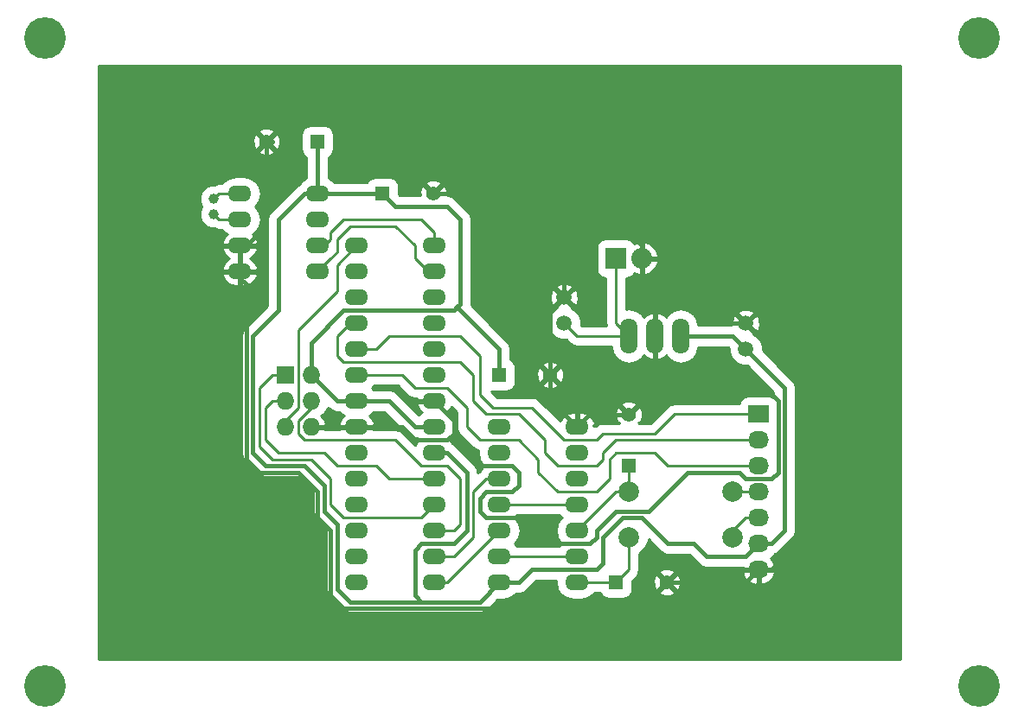
<source format=gbr>
G04 #@! TF.FileFunction,Copper,L2,Bot,Signal*
%FSLAX46Y46*%
G04 Gerber Fmt 4.6, Leading zero omitted, Abs format (unit mm)*
G04 Created by KiCad (PCBNEW (2015-09-10 BZR 6180)-product) date Mon 26 Oct 2015 05:23:05 PM EDT*
%MOMM*%
G01*
G04 APERTURE LIST*
%ADD10C,0.100000*%
%ADD11R,1.400000X1.400000*%
%ADD12C,1.400000*%
%ADD13O,2.300000X1.600000*%
%ADD14R,1.727200X1.727200*%
%ADD15O,1.727200X1.727200*%
%ADD16R,2.032000X1.727200*%
%ADD17O,2.032000X1.727200*%
%ADD18C,1.998980*%
%ADD19C,1.000760*%
%ADD20C,1.501140*%
%ADD21O,1.699260X3.500120*%
%ADD22R,2.032000X2.032000*%
%ADD23O,2.032000X2.032000*%
%ADD24C,4.064000*%
%ADD25C,0.381000*%
%ADD26C,0.254000*%
G04 APERTURE END LIST*
D10*
D11*
X62230000Y26670000D03*
D12*
X62230000Y31670000D03*
D11*
X60960000Y15240000D03*
D12*
X65960000Y15240000D03*
D13*
X35560000Y48260000D03*
X35560000Y45720000D03*
X35560000Y43180000D03*
X35560000Y40640000D03*
X35560000Y38100000D03*
X35560000Y35560000D03*
X35560000Y33020000D03*
X35560000Y30480000D03*
X35560000Y27940000D03*
X35560000Y25400000D03*
X35560000Y22860000D03*
X35560000Y20320000D03*
X35560000Y17780000D03*
X35560000Y15240000D03*
X43180000Y15240000D03*
X43180000Y17780000D03*
X43180000Y20320000D03*
X43180000Y22860000D03*
X43180000Y25400000D03*
X43180000Y27940000D03*
X43180000Y30480000D03*
X43180000Y33020000D03*
X43180000Y35560000D03*
X43180000Y38100000D03*
X43180000Y40640000D03*
X43180000Y43180000D03*
X43180000Y45720000D03*
X43180000Y48260000D03*
D14*
X28575000Y35560000D03*
D15*
X31115000Y35560000D03*
X28575000Y33020000D03*
X31115000Y33020000D03*
X28575000Y30480000D03*
X31115000Y30480000D03*
D16*
X74930000Y31750000D03*
D17*
X74930000Y29210000D03*
X74930000Y26670000D03*
X74930000Y24130000D03*
X74930000Y21590000D03*
X74930000Y19050000D03*
X74930000Y16510000D03*
D18*
X62230000Y24130000D03*
X72390000Y24130000D03*
X62230000Y19685000D03*
X72390000Y19685000D03*
D13*
X24130000Y53340000D03*
X24130000Y50800000D03*
X24130000Y48260000D03*
X24130000Y45720000D03*
X31750000Y45720000D03*
X31750000Y48260000D03*
X31750000Y50800000D03*
X31750000Y53340000D03*
X57150000Y15240000D03*
X57150000Y17780000D03*
X57150000Y20320000D03*
X57150000Y22860000D03*
X57150000Y25400000D03*
X57150000Y27940000D03*
X57150000Y30480000D03*
X49530000Y30480000D03*
X49530000Y27940000D03*
X49530000Y25400000D03*
X49530000Y22860000D03*
X49530000Y20320000D03*
X49530000Y17780000D03*
X49530000Y15240000D03*
D19*
X21590000Y51320700D03*
X21590000Y52819300D03*
D11*
X38100000Y53340000D03*
D12*
X43100000Y53340000D03*
D11*
X31750000Y58420000D03*
D12*
X26750000Y58420000D03*
D20*
X55880000Y43180000D03*
X55880000Y40640000D03*
X73660000Y40640000D03*
X73660000Y38100000D03*
D11*
X49530000Y35560000D03*
D12*
X54530000Y35560000D03*
D21*
X64770000Y39370000D03*
X62230000Y39370000D03*
X67310000Y39370000D03*
D22*
X60960000Y46990000D03*
D23*
X63500000Y46990000D03*
D24*
X96520000Y68580000D03*
X5080000Y68580000D03*
X5080000Y5080000D03*
X96520000Y5080000D03*
D25*
X57785000Y19050000D02*
X58420000Y19050000D01*
X45085000Y29210000D02*
X47625000Y26670000D01*
X47625000Y26670000D02*
X50800000Y26670000D01*
X50800000Y26670000D02*
X51435000Y26035000D01*
X51435000Y26035000D02*
X51435000Y24765000D01*
X51435000Y24765000D02*
X50800000Y24130000D01*
X50800000Y24130000D02*
X48260000Y24130000D01*
X48260000Y24130000D02*
X47625000Y23495000D01*
X47625000Y23495000D02*
X47625000Y22225000D01*
X47625000Y22225000D02*
X48260000Y21590000D01*
X48260000Y21590000D02*
X52070000Y21590000D01*
X52070000Y21590000D02*
X54610000Y19050000D01*
X54610000Y19050000D02*
X57785000Y19050000D01*
X45085000Y31115000D02*
X45085000Y29210000D01*
X64850000Y34290000D02*
X62230000Y31670000D01*
X75565000Y34290000D02*
X64850000Y34290000D01*
X76835000Y33020000D02*
X75565000Y34290000D01*
X76835000Y26035000D02*
X76835000Y33020000D01*
X76200000Y25400000D02*
X76835000Y26035000D01*
X73660000Y25400000D02*
X76200000Y25400000D01*
X73025000Y26035000D02*
X73660000Y25400000D01*
X67945000Y26035000D02*
X73025000Y26035000D01*
X64135000Y22225000D02*
X67945000Y26035000D01*
X60960000Y22225000D02*
X64135000Y22225000D01*
X59055000Y20320000D02*
X60960000Y22225000D01*
X59055000Y19685000D02*
X59055000Y20320000D01*
X58420000Y19050000D02*
X59055000Y19685000D01*
X65960000Y15240000D02*
X73660000Y15240000D01*
X73660000Y15240000D02*
X74930000Y16510000D01*
X58420000Y12700000D02*
X63420000Y12700000D01*
X63420000Y12700000D02*
X65960000Y15240000D01*
X35560000Y30480000D02*
X40005000Y30480000D01*
X45085000Y31115000D02*
X43180000Y33020000D01*
X45085000Y29845000D02*
X45085000Y31115000D01*
X44450000Y29210000D02*
X45085000Y29845000D01*
X41275000Y29210000D02*
X44450000Y29210000D01*
X40005000Y30480000D02*
X41275000Y29210000D01*
X24130000Y45720000D02*
X24130000Y45085000D01*
X24130000Y45085000D02*
X24765000Y44450000D01*
X34290000Y12700000D02*
X58420000Y12700000D01*
X33020000Y13970000D02*
X34290000Y12700000D01*
X33020000Y20320000D02*
X33020000Y13970000D01*
X31750000Y21590000D02*
X33020000Y20320000D01*
X31750000Y24130000D02*
X31750000Y21590000D01*
X29845000Y26035000D02*
X31750000Y24130000D01*
X26035000Y26035000D02*
X29845000Y26035000D01*
X24765000Y27305000D02*
X26035000Y26035000D01*
X24765000Y35560000D02*
X24765000Y27305000D01*
X24765000Y44450000D02*
X24765000Y35560000D01*
X43100000Y53340000D02*
X45720000Y53340000D01*
X45720000Y53340000D02*
X55880000Y43180000D01*
X31115000Y30480000D02*
X35560000Y30480000D01*
X24130000Y48260000D02*
X24765000Y48260000D01*
X24765000Y48260000D02*
X26750000Y50245000D01*
X26750000Y50245000D02*
X26750000Y58420000D01*
X24130000Y45720000D02*
X24130000Y48260000D01*
X26750000Y58420000D02*
X27305000Y58420000D01*
X74930000Y16510000D02*
X76200000Y16510000D01*
X76200000Y16510000D02*
X78740000Y19050000D01*
X78740000Y19050000D02*
X78740000Y35560000D01*
X78740000Y35560000D02*
X73660000Y40640000D01*
X54530000Y35560000D02*
X54530000Y33100000D01*
X54530000Y33100000D02*
X57150000Y30480000D01*
X54530000Y35560000D02*
X54530000Y41830000D01*
X54530000Y41830000D02*
X55880000Y43180000D01*
X64770000Y43180000D02*
X64770000Y39370000D01*
X73660000Y40640000D02*
X72390000Y40640000D01*
X72390000Y40640000D02*
X69850000Y43180000D01*
X69850000Y43180000D02*
X64770000Y43180000D01*
X63500000Y44450000D02*
X63500000Y46990000D01*
X64770000Y43180000D02*
X63500000Y44450000D01*
X55880000Y43180000D02*
X55880000Y46990000D01*
X55880000Y46990000D02*
X58420000Y49530000D01*
X58420000Y49530000D02*
X62230000Y49530000D01*
X62230000Y49530000D02*
X63500000Y48260000D01*
X63500000Y48260000D02*
X63500000Y46990000D01*
X62230000Y31670000D02*
X58340000Y31670000D01*
X58340000Y31670000D02*
X57150000Y30480000D01*
D26*
X62230000Y19685000D02*
X62230000Y16510000D01*
X62230000Y16510000D02*
X60960000Y15240000D01*
X57150000Y15240000D02*
X60960000Y15240000D01*
X28575000Y30480000D02*
X28575000Y31115000D01*
X28575000Y31115000D02*
X29845000Y32385000D01*
X33655000Y46355000D02*
X35560000Y48260000D01*
X33655000Y43815000D02*
X33655000Y46355000D01*
X29845000Y40005000D02*
X33655000Y43815000D01*
X29845000Y32385000D02*
X29845000Y40005000D01*
X46990000Y34290000D02*
X46990000Y33020000D01*
X53975000Y27940000D02*
X55245000Y26670000D01*
X53975000Y29210000D02*
X53975000Y27940000D01*
X51435000Y31750000D02*
X53975000Y29210000D01*
X48260000Y31750000D02*
X51435000Y31750000D01*
X46990000Y33020000D02*
X48260000Y31750000D01*
X74930000Y29210000D02*
X60960000Y29210000D01*
X60960000Y29210000D02*
X59690000Y27940000D01*
X59690000Y27940000D02*
X59690000Y27305000D01*
X59690000Y27305000D02*
X59055000Y26670000D01*
X59055000Y26670000D02*
X55245000Y26670000D01*
X33655000Y39370000D02*
X34925000Y40640000D01*
X33655000Y37465000D02*
X33655000Y39370000D01*
X34290000Y36830000D02*
X33655000Y37465000D01*
X45720000Y36830000D02*
X34290000Y36830000D01*
X46990000Y35560000D02*
X45720000Y36830000D01*
X46990000Y34290000D02*
X46990000Y35560000D01*
X34925000Y40640000D02*
X35560000Y40640000D01*
X55880000Y29210000D02*
X52705000Y32385000D01*
X52705000Y32385000D02*
X50800000Y32385000D01*
X74930000Y31750000D02*
X66675000Y31750000D01*
X37465000Y38100000D02*
X35560000Y38100000D01*
X50800000Y32385000D02*
X48895000Y32385000D01*
X48895000Y32385000D02*
X47625000Y33655000D01*
X47625000Y33655000D02*
X47625000Y37465000D01*
X47625000Y37465000D02*
X45720000Y39370000D01*
X45720000Y39370000D02*
X38735000Y39370000D01*
X38735000Y39370000D02*
X37465000Y38100000D01*
X59055000Y29210000D02*
X55880000Y29210000D01*
X59690000Y29845000D02*
X59055000Y29210000D01*
X64770000Y29845000D02*
X59690000Y29845000D01*
X66675000Y31750000D02*
X64770000Y29845000D01*
X46355000Y30480000D02*
X47625000Y29210000D01*
X53340000Y26035000D02*
X55245000Y24130000D01*
X53340000Y27305000D02*
X53340000Y26035000D01*
X51435000Y29210000D02*
X53340000Y27305000D01*
X50165000Y29210000D02*
X51435000Y29210000D01*
X47625000Y29210000D02*
X50165000Y29210000D01*
X35560000Y35560000D02*
X40005000Y35560000D01*
X40005000Y35560000D02*
X41275000Y34290000D01*
X62230000Y27940000D02*
X60960000Y27940000D01*
X59055000Y24130000D02*
X55245000Y24130000D01*
X60325000Y25400000D02*
X59055000Y24130000D01*
X60325000Y27305000D02*
X60325000Y25400000D01*
X60960000Y27940000D02*
X60325000Y27305000D01*
X74930000Y26670000D02*
X66040000Y26670000D01*
X64770000Y27940000D02*
X62230000Y27940000D01*
X66040000Y26670000D02*
X64770000Y27940000D01*
X44450000Y34290000D02*
X41275000Y34290000D01*
X46355000Y32385000D02*
X44450000Y34290000D01*
X46355000Y30480000D02*
X46355000Y32385000D01*
D25*
X74930000Y19050000D02*
X73660000Y17780000D01*
X69850000Y17780000D02*
X68580000Y19050000D01*
X73660000Y17780000D02*
X69850000Y17780000D01*
X68580000Y19050000D02*
X67945000Y19050000D01*
X59690000Y19685000D02*
X60960000Y20955000D01*
X51435000Y15240000D02*
X52705000Y16510000D01*
X52705000Y16510000D02*
X59055000Y16510000D01*
X59055000Y16510000D02*
X59690000Y17145000D01*
X59690000Y17145000D02*
X59690000Y19685000D01*
X49530000Y15240000D02*
X51435000Y15240000D01*
X67945000Y19050000D02*
X68580000Y19050000D01*
X60960000Y20955000D02*
X61595000Y21590000D01*
X61595000Y21590000D02*
X63500000Y21590000D01*
X63500000Y21590000D02*
X66040000Y19050000D01*
X66040000Y19050000D02*
X67945000Y19050000D01*
X45720000Y26670000D02*
X46355000Y26035000D01*
X46355000Y20320000D02*
X45085000Y19050000D01*
X46355000Y23495000D02*
X46355000Y20320000D01*
X46355000Y26035000D02*
X46355000Y23495000D01*
X43180000Y30480000D02*
X41275000Y30480000D01*
X38735000Y33020000D02*
X35560000Y33020000D01*
X41275000Y30480000D02*
X38735000Y33020000D01*
X35560000Y33020000D02*
X33655000Y33020000D01*
X33655000Y33020000D02*
X31115000Y35560000D01*
X25400000Y29210000D02*
X25400000Y27940000D01*
X33655000Y14605000D02*
X34925000Y13335000D01*
X33655000Y20955000D02*
X33655000Y14605000D01*
X32385000Y22225000D02*
X33655000Y20955000D01*
X32385000Y24765000D02*
X32385000Y22225000D01*
X30480000Y26670000D02*
X32385000Y24765000D01*
X26670000Y26670000D02*
X30480000Y26670000D01*
X25400000Y27940000D02*
X26670000Y26670000D01*
X31750000Y53340000D02*
X30480000Y53340000D01*
X34925000Y13335000D02*
X41910000Y13335000D01*
X25400000Y39370000D02*
X25400000Y29210000D01*
X27940000Y41910000D02*
X25400000Y39370000D01*
X27940000Y50800000D02*
X27940000Y41910000D01*
X30480000Y53340000D02*
X27940000Y50800000D01*
X43180000Y27940000D02*
X44450000Y27940000D01*
X41275000Y13970000D02*
X41910000Y13335000D01*
X41275000Y18415000D02*
X41275000Y13970000D01*
X41910000Y19050000D02*
X41275000Y18415000D01*
X44450000Y19050000D02*
X41910000Y19050000D01*
X44450000Y27940000D02*
X45720000Y26670000D01*
X45085000Y19050000D02*
X44450000Y19050000D01*
X49530000Y35560000D02*
X49530000Y38100000D01*
X49530000Y38100000D02*
X45402500Y42227500D01*
X31115000Y35560000D02*
X31115000Y38735000D01*
X31115000Y38735000D02*
X34290000Y41910000D01*
X34290000Y41910000D02*
X43815000Y41910000D01*
X43815000Y41910000D02*
X45085000Y41910000D01*
X45085000Y41910000D02*
X45402500Y42227500D01*
X39370000Y52070000D02*
X38100000Y53340000D01*
X44450000Y52070000D02*
X39370000Y52070000D01*
X45720000Y50800000D02*
X44450000Y52070000D01*
X45720000Y42545000D02*
X45720000Y50800000D01*
X45402500Y42227500D02*
X45720000Y42545000D01*
X34925000Y33020000D02*
X35560000Y33020000D01*
X31750000Y53340000D02*
X31750000Y58420000D01*
X38100000Y53340000D02*
X31750000Y53340000D01*
X43180000Y27940000D02*
X43815000Y27940000D01*
X47625000Y13335000D02*
X49530000Y15240000D01*
X41910000Y13335000D02*
X47625000Y13335000D01*
X73660000Y38100000D02*
X76200000Y35560000D01*
X76200000Y35560000D02*
X77470000Y34290000D01*
X77470000Y34290000D02*
X77470000Y26670000D01*
X77470000Y26670000D02*
X77470000Y20320000D01*
X77470000Y20320000D02*
X76200000Y19050000D01*
X76200000Y19050000D02*
X74930000Y19050000D01*
X67310000Y39370000D02*
X72390000Y39370000D01*
X72390000Y39370000D02*
X73660000Y38100000D01*
D26*
X49530000Y20320000D02*
X44450000Y15240000D01*
X44450000Y15240000D02*
X43180000Y15240000D01*
X49530000Y25400000D02*
X48260000Y25400000D01*
X45720000Y18415000D02*
X45085000Y17780000D01*
X46990000Y19685000D02*
X45720000Y18415000D01*
X46990000Y24130000D02*
X46990000Y19685000D01*
X48260000Y25400000D02*
X46990000Y24130000D01*
X43180000Y17780000D02*
X45085000Y17780000D01*
X29845000Y29845000D02*
X30480000Y29210000D01*
X45085000Y20320000D02*
X43180000Y20320000D01*
X45720000Y20955000D02*
X45085000Y20320000D01*
X45720000Y23495000D02*
X45720000Y20955000D01*
X45720000Y25400000D02*
X45720000Y23495000D01*
X44450000Y26670000D02*
X45720000Y25400000D01*
X41910000Y26670000D02*
X44450000Y26670000D01*
X41275000Y27305000D02*
X41910000Y26670000D01*
X39370000Y29210000D02*
X41275000Y27305000D01*
X37465000Y29210000D02*
X39370000Y29210000D01*
X36195000Y29210000D02*
X37465000Y29210000D01*
X33020000Y29210000D02*
X36195000Y29210000D01*
X30480000Y29210000D02*
X33020000Y29210000D01*
X29845000Y30480000D02*
X29845000Y31115000D01*
X29845000Y31115000D02*
X31115000Y32385000D01*
X31115000Y32385000D02*
X31115000Y33020000D01*
X29845000Y29845000D02*
X29845000Y30480000D01*
X28575000Y35560000D02*
X27305000Y35560000D01*
X41910000Y21590000D02*
X43180000Y22860000D01*
X34290000Y21590000D02*
X41910000Y21590000D01*
X33020000Y22860000D02*
X34290000Y21590000D01*
X33020000Y25400000D02*
X33020000Y22860000D01*
X31115000Y27305000D02*
X33020000Y25400000D01*
X27305000Y27305000D02*
X31115000Y27305000D01*
X26035000Y28575000D02*
X27305000Y27305000D01*
X26035000Y34290000D02*
X26035000Y28575000D01*
X27305000Y35560000D02*
X26035000Y34290000D01*
X28575000Y33020000D02*
X27305000Y33020000D01*
X38735000Y25400000D02*
X43180000Y25400000D01*
X37465000Y26670000D02*
X38735000Y25400000D01*
X33655000Y26670000D02*
X37465000Y26670000D01*
X32385000Y27940000D02*
X33655000Y26670000D01*
X27940000Y27940000D02*
X32385000Y27940000D01*
X26670000Y29210000D02*
X27940000Y27940000D01*
X26670000Y32385000D02*
X26670000Y29210000D01*
X27305000Y33020000D02*
X26670000Y32385000D01*
X31750000Y45720000D02*
X33020000Y46990000D01*
X33020000Y46990000D02*
X33655000Y47625000D01*
X31750000Y45720000D02*
X32385000Y45720000D01*
X33655000Y47625000D02*
X33655000Y48895000D01*
X41275000Y46990000D02*
X42545000Y45720000D01*
X41275000Y48260000D02*
X41275000Y46990000D01*
X39370000Y50165000D02*
X41275000Y48260000D01*
X34925000Y50165000D02*
X39370000Y50165000D01*
X33655000Y48895000D02*
X34925000Y50165000D01*
X42545000Y45720000D02*
X43180000Y45720000D01*
X31750000Y48260000D02*
X32385000Y48260000D01*
X32385000Y48260000D02*
X33020000Y48895000D01*
X33020000Y48895000D02*
X33020000Y49530000D01*
X33020000Y49530000D02*
X34290000Y50800000D01*
X34290000Y50800000D02*
X41910000Y50800000D01*
X41910000Y50800000D02*
X43180000Y49530000D01*
X43180000Y49530000D02*
X43180000Y48260000D01*
X72390000Y24130000D02*
X74930000Y24130000D01*
X72390000Y19685000D02*
X72390000Y20320000D01*
X72390000Y20320000D02*
X73660000Y21590000D01*
X73660000Y21590000D02*
X74930000Y21590000D01*
X24130000Y53340000D02*
X22110700Y53340000D01*
X22110700Y53340000D02*
X21590000Y52819300D01*
X24130000Y50800000D02*
X22110700Y50800000D01*
X22110700Y50800000D02*
X21590000Y51320700D01*
X57150000Y22860000D02*
X49530000Y22860000D01*
X57150000Y17780000D02*
X49530000Y17780000D01*
X62230000Y24130000D02*
X60960000Y24130000D01*
X60960000Y24130000D02*
X57150000Y20320000D01*
X62230000Y24130000D02*
X62230000Y26670000D01*
X62230000Y39370000D02*
X57150000Y39370000D01*
X57150000Y39370000D02*
X55880000Y40640000D01*
X60960000Y46990000D02*
X60960000Y40640000D01*
X60960000Y40640000D02*
X62230000Y39370000D01*
G36*
X88773000Y7747000D02*
X10287000Y7747000D01*
X10287000Y39370000D01*
X24320500Y39370000D01*
X24320500Y27940000D01*
X24402672Y27526893D01*
X24636678Y27176678D01*
X25906678Y25906678D01*
X26256893Y25672672D01*
X26670000Y25590500D01*
X30032856Y25590500D01*
X31305500Y24317856D01*
X31305500Y22225000D01*
X31387672Y21811893D01*
X31621678Y21461678D01*
X32575500Y20507856D01*
X32575500Y14605000D01*
X32657672Y14191893D01*
X32891678Y13841678D01*
X34161678Y12571678D01*
X34511893Y12337672D01*
X34925000Y12255500D01*
X41909995Y12255500D01*
X41910000Y12255499D01*
X41910005Y12255500D01*
X47625000Y12255500D01*
X48038107Y12337672D01*
X48388322Y12571678D01*
X49367644Y13551000D01*
X49919946Y13551000D01*
X50566298Y13679567D01*
X51114249Y14045697D01*
X51190958Y14160500D01*
X51435000Y14160500D01*
X51848107Y14242672D01*
X52198322Y14476678D01*
X53152144Y15430500D01*
X55108947Y15430500D01*
X55071054Y15240000D01*
X55199621Y14593648D01*
X55565751Y14045697D01*
X56113702Y13679567D01*
X56760054Y13551000D01*
X57539946Y13551000D01*
X58186298Y13679567D01*
X58734249Y14045697D01*
X58853388Y14224000D01*
X59413043Y14224000D01*
X59415573Y14210556D01*
X59610274Y13907983D01*
X59907353Y13704997D01*
X60260000Y13633584D01*
X61660000Y13633584D01*
X61989444Y13695573D01*
X62292017Y13890274D01*
X62495003Y14187353D01*
X62518771Y14304725D01*
X65204331Y14304725D01*
X65266169Y14068958D01*
X65767122Y13892581D01*
X66297440Y13921336D01*
X66653831Y14068958D01*
X66715669Y14304725D01*
X65960000Y15060395D01*
X65204331Y14304725D01*
X62518771Y14304725D01*
X62566416Y14540000D01*
X62566416Y15409575D01*
X62589719Y15432878D01*
X64612581Y15432878D01*
X64641336Y14902560D01*
X64788958Y14546169D01*
X65024725Y14484331D01*
X65780395Y15240000D01*
X66139605Y15240000D01*
X66895275Y14484331D01*
X67131042Y14546169D01*
X67307419Y15047122D01*
X67278664Y15577440D01*
X67131042Y15933831D01*
X66895275Y15995669D01*
X66139605Y15240000D01*
X65780395Y15240000D01*
X65024725Y15995669D01*
X64788958Y15933831D01*
X64612581Y15432878D01*
X62589719Y15432878D01*
X62948420Y15791579D01*
X63148487Y16091000D01*
X63168662Y16121194D01*
X63179419Y16175275D01*
X65204331Y16175275D01*
X65960000Y15419605D01*
X66691368Y16150974D01*
X73322642Y16150974D01*
X73325291Y16135209D01*
X73579268Y15607964D01*
X74015680Y15218046D01*
X74568087Y15024816D01*
X74803000Y15169076D01*
X74803000Y16383000D01*
X75057000Y16383000D01*
X75057000Y15169076D01*
X75291913Y15024816D01*
X75844320Y15218046D01*
X76280732Y15607964D01*
X76534709Y16135209D01*
X76537358Y16150974D01*
X76416217Y16383000D01*
X75057000Y16383000D01*
X74803000Y16383000D01*
X73443783Y16383000D01*
X73322642Y16150974D01*
X66691368Y16150974D01*
X66715669Y16175275D01*
X66653831Y16411042D01*
X66152878Y16587419D01*
X65622560Y16558664D01*
X65266169Y16411042D01*
X65204331Y16175275D01*
X63179419Y16175275D01*
X63246000Y16510000D01*
X63246000Y18061453D01*
X63298346Y18083082D01*
X63830051Y18613859D01*
X64118162Y19307708D01*
X64118282Y19445075D01*
X65276676Y18286681D01*
X65276678Y18286678D01*
X65578587Y18084949D01*
X65626893Y18052672D01*
X66040000Y17970500D01*
X68132856Y17970500D01*
X69086678Y17016678D01*
X69436893Y16782672D01*
X69850000Y16700500D01*
X73410630Y16700500D01*
X73443783Y16637000D01*
X74803000Y16637000D01*
X74803000Y16657000D01*
X75057000Y16657000D01*
X75057000Y16637000D01*
X76416217Y16637000D01*
X76537358Y16869026D01*
X76534709Y16884791D01*
X76280732Y17412036D01*
X76058918Y17610219D01*
X76358996Y17810725D01*
X76506490Y18031464D01*
X76613107Y18052672D01*
X76963322Y18286678D01*
X78233322Y19556678D01*
X78467328Y19906893D01*
X78549500Y20320000D01*
X78549500Y34290000D01*
X78467328Y34703107D01*
X78233322Y35053322D01*
X76963322Y36323322D01*
X76963319Y36323324D01*
X75299472Y37987171D01*
X75299854Y38424700D01*
X75050770Y39027528D01*
X74589954Y39489149D01*
X74421545Y39559079D01*
X74452325Y39668070D01*
X73660000Y40460395D01*
X73645858Y40446253D01*
X73466253Y40625858D01*
X73480395Y40640000D01*
X73839605Y40640000D01*
X74631930Y39847675D01*
X74872931Y39915735D01*
X75057767Y40435034D01*
X75029805Y40985538D01*
X74872931Y41364265D01*
X74631930Y41432325D01*
X73839605Y40640000D01*
X73480395Y40640000D01*
X72688070Y41432325D01*
X72447069Y41364265D01*
X72262233Y40844966D01*
X72282320Y40449500D01*
X69023295Y40449500D01*
X68916285Y40987477D01*
X68539397Y41551529D01*
X68449001Y41611930D01*
X72867675Y41611930D01*
X73660000Y40819605D01*
X74452325Y41611930D01*
X74384265Y41852931D01*
X73864966Y42037767D01*
X73314462Y42009805D01*
X72935735Y41852931D01*
X72867675Y41611930D01*
X68449001Y41611930D01*
X67975345Y41928417D01*
X67310000Y42060762D01*
X66644655Y41928417D01*
X66080603Y41551529D01*
X65869470Y41235546D01*
X65729989Y41410024D01*
X65220810Y41690649D01*
X65126832Y41711540D01*
X64897000Y41590214D01*
X64897000Y39497000D01*
X64917000Y39497000D01*
X64917000Y39243000D01*
X64897000Y39243000D01*
X64897000Y37149786D01*
X65126832Y37028460D01*
X65220810Y37049351D01*
X65729989Y37329976D01*
X65869470Y37504454D01*
X66080603Y37188471D01*
X66644655Y36811583D01*
X67310000Y36679238D01*
X67975345Y36811583D01*
X68539397Y37188471D01*
X68916285Y37752523D01*
X69023295Y38290500D01*
X71942856Y38290500D01*
X72020528Y38212828D01*
X72020146Y37775300D01*
X72269230Y37172472D01*
X72730046Y36710851D01*
X73332439Y36460715D01*
X73773026Y36460331D01*
X75436676Y34796681D01*
X75436678Y34796678D01*
X76390500Y33842856D01*
X76390500Y33385842D01*
X76298647Y33448603D01*
X75946000Y33520016D01*
X73914000Y33520016D01*
X73584556Y33458027D01*
X73281983Y33263326D01*
X73078997Y32966247D01*
X73038446Y32766000D01*
X66675000Y32766000D01*
X66350700Y32701493D01*
X66286193Y32688662D01*
X65956580Y32468421D01*
X64349160Y30861000D01*
X63218608Y30861000D01*
X63165277Y30914331D01*
X63401042Y30976169D01*
X63577419Y31477122D01*
X63548664Y32007440D01*
X63401042Y32363831D01*
X63165275Y32425669D01*
X62409605Y31670000D01*
X62423748Y31655858D01*
X62244142Y31476252D01*
X62230000Y31490395D01*
X62215858Y31476252D01*
X62036252Y31655858D01*
X62050395Y31670000D01*
X61294725Y32425669D01*
X61058958Y32363831D01*
X60882581Y31862878D01*
X60911336Y31332560D01*
X61058958Y30976169D01*
X61294723Y30914331D01*
X61241392Y30861000D01*
X59690000Y30861000D01*
X59301193Y30783662D01*
X58971580Y30563421D01*
X58935000Y30526841D01*
X58935000Y30607002D01*
X58769916Y30607002D01*
X58891904Y30829039D01*
X58874367Y30911819D01*
X58604500Y31404896D01*
X58166483Y31757166D01*
X57627000Y31915000D01*
X57277000Y31915000D01*
X57277000Y30607000D01*
X57297000Y30607000D01*
X57297000Y30353000D01*
X57277000Y30353000D01*
X57277000Y30333000D01*
X57023000Y30333000D01*
X57023000Y30353000D01*
X57003000Y30353000D01*
X57003000Y30607000D01*
X57023000Y30607000D01*
X57023000Y31915000D01*
X56673000Y31915000D01*
X56133517Y31757166D01*
X55695500Y31404896D01*
X55492623Y31034217D01*
X53921565Y32605275D01*
X61474331Y32605275D01*
X62230000Y31849605D01*
X62985669Y32605275D01*
X62923831Y32841042D01*
X62422878Y33017419D01*
X61892560Y32988664D01*
X61536169Y32841042D01*
X61474331Y32605275D01*
X53921565Y32605275D01*
X53423420Y33103420D01*
X53093807Y33323662D01*
X53029300Y33336493D01*
X52705000Y33401000D01*
X49315841Y33401000D01*
X48746308Y33970532D01*
X48830000Y33953584D01*
X50230000Y33953584D01*
X50559444Y34015573D01*
X50862017Y34210274D01*
X51065003Y34507353D01*
X51088771Y34624725D01*
X53774331Y34624725D01*
X53836169Y34388958D01*
X54337122Y34212581D01*
X54867440Y34241336D01*
X55223831Y34388958D01*
X55285669Y34624725D01*
X54530000Y35380395D01*
X53774331Y34624725D01*
X51088771Y34624725D01*
X51136416Y34860000D01*
X51136416Y35752878D01*
X53182581Y35752878D01*
X53211336Y35222560D01*
X53358958Y34866169D01*
X53594725Y34804331D01*
X54350395Y35560000D01*
X54709605Y35560000D01*
X55465275Y34804331D01*
X55701042Y34866169D01*
X55877419Y35367122D01*
X55848664Y35897440D01*
X55701042Y36253831D01*
X55465275Y36315669D01*
X54709605Y35560000D01*
X54350395Y35560000D01*
X53594725Y36315669D01*
X53358958Y36253831D01*
X53182581Y35752878D01*
X51136416Y35752878D01*
X51136416Y36260000D01*
X51092147Y36495275D01*
X53774331Y36495275D01*
X54530000Y35739605D01*
X55285669Y36495275D01*
X55223831Y36731042D01*
X54722878Y36907419D01*
X54192560Y36878664D01*
X53836169Y36731042D01*
X53774331Y36495275D01*
X51092147Y36495275D01*
X51074427Y36589444D01*
X50879726Y36892017D01*
X50609500Y37076655D01*
X50609500Y38100000D01*
X50527328Y38513107D01*
X50293322Y38863322D01*
X50293319Y38863324D01*
X48841344Y40315300D01*
X54240146Y40315300D01*
X54489230Y39712472D01*
X54950046Y39250851D01*
X55552439Y39000715D01*
X56082907Y39000252D01*
X56431579Y38651580D01*
X56498780Y38606678D01*
X56761194Y38431338D01*
X57150000Y38354000D01*
X60504074Y38354000D01*
X60623715Y37752523D01*
X61000603Y37188471D01*
X61564655Y36811583D01*
X62230000Y36679238D01*
X62895345Y36811583D01*
X63459397Y37188471D01*
X63670530Y37504454D01*
X63810011Y37329976D01*
X64319190Y37049351D01*
X64413168Y37028460D01*
X64643000Y37149786D01*
X64643000Y39243000D01*
X64623000Y39243000D01*
X64623000Y39497000D01*
X64643000Y39497000D01*
X64643000Y41590214D01*
X64413168Y41711540D01*
X64319190Y41690649D01*
X63810011Y41410024D01*
X63670530Y41235546D01*
X63459397Y41551529D01*
X62895345Y41928417D01*
X62230000Y42060762D01*
X61976000Y42010238D01*
X61976000Y45067584D01*
X62305444Y45129573D01*
X62608017Y45324274D01*
X62752123Y45535179D01*
X63117056Y45384025D01*
X63373000Y45503164D01*
X63373000Y46863000D01*
X63627000Y46863000D01*
X63627000Y45503164D01*
X63882944Y45384025D01*
X64364818Y45583615D01*
X64837188Y46021621D01*
X65105983Y46607054D01*
X64987367Y46863000D01*
X63627000Y46863000D01*
X63373000Y46863000D01*
X63353000Y46863000D01*
X63353000Y47117000D01*
X63373000Y47117000D01*
X63373000Y48476836D01*
X63627000Y48476836D01*
X63627000Y47117000D01*
X64987367Y47117000D01*
X65105983Y47372946D01*
X64837188Y47958379D01*
X64364818Y48396385D01*
X63882944Y48595975D01*
X63627000Y48476836D01*
X63373000Y48476836D01*
X63117056Y48595975D01*
X62750482Y48444142D01*
X62625726Y48638017D01*
X62328647Y48841003D01*
X61976000Y48912416D01*
X59944000Y48912416D01*
X59614556Y48850427D01*
X59311983Y48655726D01*
X59108997Y48358647D01*
X59037584Y48006000D01*
X59037584Y45974000D01*
X59099573Y45644556D01*
X59294274Y45341983D01*
X59591353Y45138997D01*
X59944000Y45067584D01*
X59944000Y40640000D01*
X59979726Y40460395D01*
X59994524Y40386000D01*
X57570841Y40386000D01*
X57519394Y40437447D01*
X57519854Y40964700D01*
X57270770Y41567528D01*
X56809954Y42029149D01*
X56641545Y42099079D01*
X56672325Y42208070D01*
X55880000Y43000395D01*
X55087675Y42208070D01*
X55118385Y42099324D01*
X54952472Y42030770D01*
X54490851Y41569954D01*
X54240715Y40967561D01*
X54240146Y40315300D01*
X48841344Y40315300D01*
X46768333Y42388311D01*
X46799500Y42545000D01*
X46799500Y43384966D01*
X54482233Y43384966D01*
X54510195Y42834462D01*
X54667069Y42455735D01*
X54908070Y42387675D01*
X55700395Y43180000D01*
X56059605Y43180000D01*
X56851930Y42387675D01*
X57092931Y42455735D01*
X57277767Y42975034D01*
X57249805Y43525538D01*
X57092931Y43904265D01*
X56851930Y43972325D01*
X56059605Y43180000D01*
X55700395Y43180000D01*
X54908070Y43972325D01*
X54667069Y43904265D01*
X54482233Y43384966D01*
X46799500Y43384966D01*
X46799500Y44151930D01*
X55087675Y44151930D01*
X55880000Y43359605D01*
X56672325Y44151930D01*
X56604265Y44392931D01*
X56084966Y44577767D01*
X55534462Y44549805D01*
X55155735Y44392931D01*
X55087675Y44151930D01*
X46799500Y44151930D01*
X46799500Y50800000D01*
X46717328Y51213107D01*
X46483322Y51563322D01*
X45213322Y52833322D01*
X44863107Y53067328D01*
X44450000Y53149500D01*
X44447290Y53149500D01*
X44418664Y53677440D01*
X44271042Y54033831D01*
X44035275Y54095669D01*
X43279605Y53340000D01*
X43293748Y53325858D01*
X43117390Y53149500D01*
X43110895Y53149500D01*
X43100000Y53160395D01*
X43089105Y53149500D01*
X43082610Y53149500D01*
X42906253Y53325858D01*
X42920395Y53340000D01*
X42164725Y54095669D01*
X41928958Y54033831D01*
X41752581Y53532878D01*
X41773369Y53149500D01*
X39817144Y53149500D01*
X39706416Y53260228D01*
X39706416Y54040000D01*
X39662147Y54275275D01*
X42344331Y54275275D01*
X43100000Y53519605D01*
X43855669Y54275275D01*
X43793831Y54511042D01*
X43292878Y54687419D01*
X42762560Y54658664D01*
X42406169Y54511042D01*
X42344331Y54275275D01*
X39662147Y54275275D01*
X39644427Y54369444D01*
X39449726Y54672017D01*
X39152647Y54875003D01*
X38800000Y54946416D01*
X37400000Y54946416D01*
X37070556Y54884427D01*
X36767983Y54689726D01*
X36583345Y54419500D01*
X33410958Y54419500D01*
X33334249Y54534303D01*
X32829500Y54871566D01*
X32829500Y56907783D01*
X33082017Y57070274D01*
X33285003Y57367353D01*
X33356416Y57720000D01*
X33356416Y59120000D01*
X33294427Y59449444D01*
X33099726Y59752017D01*
X32802647Y59955003D01*
X32450000Y60026416D01*
X31050000Y60026416D01*
X30720556Y59964427D01*
X30417983Y59769726D01*
X30214997Y59472647D01*
X30143584Y59120000D01*
X30143584Y57720000D01*
X30205573Y57390556D01*
X30400274Y57087983D01*
X30670500Y56903345D01*
X30670500Y54871566D01*
X30165751Y54534303D01*
X30007716Y54297787D01*
X29716678Y54103322D01*
X29716676Y54103319D01*
X27176678Y51563322D01*
X26942672Y51213107D01*
X26860500Y50800000D01*
X26860500Y42357143D01*
X24636678Y40133322D01*
X24402672Y39783107D01*
X24320500Y39370000D01*
X10287000Y39370000D01*
X10287000Y45370961D01*
X22388096Y45370961D01*
X22405633Y45288181D01*
X22675500Y44795104D01*
X23113517Y44442834D01*
X23653000Y44285000D01*
X24003000Y44285000D01*
X24003000Y45593000D01*
X24257000Y45593000D01*
X24257000Y44285000D01*
X24607000Y44285000D01*
X25146483Y44442834D01*
X25584500Y44795104D01*
X25854367Y45288181D01*
X25871904Y45370961D01*
X25749915Y45593000D01*
X24257000Y45593000D01*
X24003000Y45593000D01*
X22510085Y45593000D01*
X22388096Y45370961D01*
X10287000Y45370961D01*
X10287000Y47910961D01*
X22388096Y47910961D01*
X22405633Y47828181D01*
X22675500Y47335104D01*
X23104607Y46990000D01*
X22675500Y46644896D01*
X22405633Y46151819D01*
X22388096Y46069039D01*
X22510085Y45847000D01*
X24003000Y45847000D01*
X24003000Y48133000D01*
X24257000Y48133000D01*
X24257000Y45847000D01*
X25749915Y45847000D01*
X25871904Y46069039D01*
X25854367Y46151819D01*
X25584500Y46644896D01*
X25155393Y46990000D01*
X25584500Y47335104D01*
X25854367Y47828181D01*
X25871904Y47910961D01*
X25749915Y48133000D01*
X24257000Y48133000D01*
X24003000Y48133000D01*
X22510085Y48133000D01*
X22388096Y47910961D01*
X10287000Y47910961D01*
X10287000Y52544148D01*
X20200379Y52544148D01*
X20396515Y52069463D01*
X20200861Y51598277D01*
X20200379Y51045548D01*
X20411454Y50534707D01*
X20801952Y50143527D01*
X21312423Y49931561D01*
X21617195Y49931295D01*
X21721893Y49861338D01*
X21786400Y49848507D01*
X22110700Y49784000D01*
X22426612Y49784000D01*
X22545751Y49605697D01*
X22902409Y49367385D01*
X22675500Y49184896D01*
X22405633Y48691819D01*
X22388096Y48609039D01*
X22510085Y48387000D01*
X24003000Y48387000D01*
X24003000Y48407000D01*
X24257000Y48407000D01*
X24257000Y48387000D01*
X25749915Y48387000D01*
X25871904Y48609039D01*
X25854367Y48691819D01*
X25584500Y49184896D01*
X25357591Y49367385D01*
X25714249Y49605697D01*
X26080379Y50153648D01*
X26208946Y50800000D01*
X26080379Y51446352D01*
X25714249Y51994303D01*
X25600961Y52070000D01*
X25714249Y52145697D01*
X26080379Y52693648D01*
X26208946Y53340000D01*
X26080379Y53986352D01*
X25714249Y54534303D01*
X25166298Y54900433D01*
X24519946Y55029000D01*
X23740054Y55029000D01*
X23093702Y54900433D01*
X22545751Y54534303D01*
X22426612Y54356000D01*
X22110700Y54356000D01*
X21786400Y54291493D01*
X21721893Y54278662D01*
X21617124Y54208657D01*
X21314848Y54208921D01*
X20804007Y53997846D01*
X20412827Y53607348D01*
X20200861Y53096877D01*
X20200379Y52544148D01*
X10287000Y52544148D01*
X10287000Y57484725D01*
X25994331Y57484725D01*
X26056169Y57248958D01*
X26557122Y57072581D01*
X27087440Y57101336D01*
X27443831Y57248958D01*
X27505669Y57484725D01*
X26750000Y58240395D01*
X25994331Y57484725D01*
X10287000Y57484725D01*
X10287000Y58612878D01*
X25402581Y58612878D01*
X25431336Y58082560D01*
X25578958Y57726169D01*
X25814725Y57664331D01*
X26570395Y58420000D01*
X26929605Y58420000D01*
X27685275Y57664331D01*
X27921042Y57726169D01*
X28097419Y58227122D01*
X28068664Y58757440D01*
X27921042Y59113831D01*
X27685275Y59175669D01*
X26929605Y58420000D01*
X26570395Y58420000D01*
X25814725Y59175669D01*
X25578958Y59113831D01*
X25402581Y58612878D01*
X10287000Y58612878D01*
X10287000Y59355275D01*
X25994331Y59355275D01*
X26750000Y58599605D01*
X27505669Y59355275D01*
X27443831Y59591042D01*
X26942878Y59767419D01*
X26412560Y59738664D01*
X26056169Y59591042D01*
X25994331Y59355275D01*
X10287000Y59355275D01*
X10287000Y65913000D01*
X88773000Y65913000D01*
X88773000Y7747000D01*
X88773000Y7747000D01*
G37*
X88773000Y7747000D02*
X10287000Y7747000D01*
X10287000Y39370000D01*
X24320500Y39370000D01*
X24320500Y27940000D01*
X24402672Y27526893D01*
X24636678Y27176678D01*
X25906678Y25906678D01*
X26256893Y25672672D01*
X26670000Y25590500D01*
X30032856Y25590500D01*
X31305500Y24317856D01*
X31305500Y22225000D01*
X31387672Y21811893D01*
X31621678Y21461678D01*
X32575500Y20507856D01*
X32575500Y14605000D01*
X32657672Y14191893D01*
X32891678Y13841678D01*
X34161678Y12571678D01*
X34511893Y12337672D01*
X34925000Y12255500D01*
X41909995Y12255500D01*
X41910000Y12255499D01*
X41910005Y12255500D01*
X47625000Y12255500D01*
X48038107Y12337672D01*
X48388322Y12571678D01*
X49367644Y13551000D01*
X49919946Y13551000D01*
X50566298Y13679567D01*
X51114249Y14045697D01*
X51190958Y14160500D01*
X51435000Y14160500D01*
X51848107Y14242672D01*
X52198322Y14476678D01*
X53152144Y15430500D01*
X55108947Y15430500D01*
X55071054Y15240000D01*
X55199621Y14593648D01*
X55565751Y14045697D01*
X56113702Y13679567D01*
X56760054Y13551000D01*
X57539946Y13551000D01*
X58186298Y13679567D01*
X58734249Y14045697D01*
X58853388Y14224000D01*
X59413043Y14224000D01*
X59415573Y14210556D01*
X59610274Y13907983D01*
X59907353Y13704997D01*
X60260000Y13633584D01*
X61660000Y13633584D01*
X61989444Y13695573D01*
X62292017Y13890274D01*
X62495003Y14187353D01*
X62518771Y14304725D01*
X65204331Y14304725D01*
X65266169Y14068958D01*
X65767122Y13892581D01*
X66297440Y13921336D01*
X66653831Y14068958D01*
X66715669Y14304725D01*
X65960000Y15060395D01*
X65204331Y14304725D01*
X62518771Y14304725D01*
X62566416Y14540000D01*
X62566416Y15409575D01*
X62589719Y15432878D01*
X64612581Y15432878D01*
X64641336Y14902560D01*
X64788958Y14546169D01*
X65024725Y14484331D01*
X65780395Y15240000D01*
X66139605Y15240000D01*
X66895275Y14484331D01*
X67131042Y14546169D01*
X67307419Y15047122D01*
X67278664Y15577440D01*
X67131042Y15933831D01*
X66895275Y15995669D01*
X66139605Y15240000D01*
X65780395Y15240000D01*
X65024725Y15995669D01*
X64788958Y15933831D01*
X64612581Y15432878D01*
X62589719Y15432878D01*
X62948420Y15791579D01*
X63148487Y16091000D01*
X63168662Y16121194D01*
X63179419Y16175275D01*
X65204331Y16175275D01*
X65960000Y15419605D01*
X66691368Y16150974D01*
X73322642Y16150974D01*
X73325291Y16135209D01*
X73579268Y15607964D01*
X74015680Y15218046D01*
X74568087Y15024816D01*
X74803000Y15169076D01*
X74803000Y16383000D01*
X75057000Y16383000D01*
X75057000Y15169076D01*
X75291913Y15024816D01*
X75844320Y15218046D01*
X76280732Y15607964D01*
X76534709Y16135209D01*
X76537358Y16150974D01*
X76416217Y16383000D01*
X75057000Y16383000D01*
X74803000Y16383000D01*
X73443783Y16383000D01*
X73322642Y16150974D01*
X66691368Y16150974D01*
X66715669Y16175275D01*
X66653831Y16411042D01*
X66152878Y16587419D01*
X65622560Y16558664D01*
X65266169Y16411042D01*
X65204331Y16175275D01*
X63179419Y16175275D01*
X63246000Y16510000D01*
X63246000Y18061453D01*
X63298346Y18083082D01*
X63830051Y18613859D01*
X64118162Y19307708D01*
X64118282Y19445075D01*
X65276676Y18286681D01*
X65276678Y18286678D01*
X65578587Y18084949D01*
X65626893Y18052672D01*
X66040000Y17970500D01*
X68132856Y17970500D01*
X69086678Y17016678D01*
X69436893Y16782672D01*
X69850000Y16700500D01*
X73410630Y16700500D01*
X73443783Y16637000D01*
X74803000Y16637000D01*
X74803000Y16657000D01*
X75057000Y16657000D01*
X75057000Y16637000D01*
X76416217Y16637000D01*
X76537358Y16869026D01*
X76534709Y16884791D01*
X76280732Y17412036D01*
X76058918Y17610219D01*
X76358996Y17810725D01*
X76506490Y18031464D01*
X76613107Y18052672D01*
X76963322Y18286678D01*
X78233322Y19556678D01*
X78467328Y19906893D01*
X78549500Y20320000D01*
X78549500Y34290000D01*
X78467328Y34703107D01*
X78233322Y35053322D01*
X76963322Y36323322D01*
X76963319Y36323324D01*
X75299472Y37987171D01*
X75299854Y38424700D01*
X75050770Y39027528D01*
X74589954Y39489149D01*
X74421545Y39559079D01*
X74452325Y39668070D01*
X73660000Y40460395D01*
X73645858Y40446253D01*
X73466253Y40625858D01*
X73480395Y40640000D01*
X73839605Y40640000D01*
X74631930Y39847675D01*
X74872931Y39915735D01*
X75057767Y40435034D01*
X75029805Y40985538D01*
X74872931Y41364265D01*
X74631930Y41432325D01*
X73839605Y40640000D01*
X73480395Y40640000D01*
X72688070Y41432325D01*
X72447069Y41364265D01*
X72262233Y40844966D01*
X72282320Y40449500D01*
X69023295Y40449500D01*
X68916285Y40987477D01*
X68539397Y41551529D01*
X68449001Y41611930D01*
X72867675Y41611930D01*
X73660000Y40819605D01*
X74452325Y41611930D01*
X74384265Y41852931D01*
X73864966Y42037767D01*
X73314462Y42009805D01*
X72935735Y41852931D01*
X72867675Y41611930D01*
X68449001Y41611930D01*
X67975345Y41928417D01*
X67310000Y42060762D01*
X66644655Y41928417D01*
X66080603Y41551529D01*
X65869470Y41235546D01*
X65729989Y41410024D01*
X65220810Y41690649D01*
X65126832Y41711540D01*
X64897000Y41590214D01*
X64897000Y39497000D01*
X64917000Y39497000D01*
X64917000Y39243000D01*
X64897000Y39243000D01*
X64897000Y37149786D01*
X65126832Y37028460D01*
X65220810Y37049351D01*
X65729989Y37329976D01*
X65869470Y37504454D01*
X66080603Y37188471D01*
X66644655Y36811583D01*
X67310000Y36679238D01*
X67975345Y36811583D01*
X68539397Y37188471D01*
X68916285Y37752523D01*
X69023295Y38290500D01*
X71942856Y38290500D01*
X72020528Y38212828D01*
X72020146Y37775300D01*
X72269230Y37172472D01*
X72730046Y36710851D01*
X73332439Y36460715D01*
X73773026Y36460331D01*
X75436676Y34796681D01*
X75436678Y34796678D01*
X76390500Y33842856D01*
X76390500Y33385842D01*
X76298647Y33448603D01*
X75946000Y33520016D01*
X73914000Y33520016D01*
X73584556Y33458027D01*
X73281983Y33263326D01*
X73078997Y32966247D01*
X73038446Y32766000D01*
X66675000Y32766000D01*
X66350700Y32701493D01*
X66286193Y32688662D01*
X65956580Y32468421D01*
X64349160Y30861000D01*
X63218608Y30861000D01*
X63165277Y30914331D01*
X63401042Y30976169D01*
X63577419Y31477122D01*
X63548664Y32007440D01*
X63401042Y32363831D01*
X63165275Y32425669D01*
X62409605Y31670000D01*
X62423748Y31655858D01*
X62244142Y31476252D01*
X62230000Y31490395D01*
X62215858Y31476252D01*
X62036252Y31655858D01*
X62050395Y31670000D01*
X61294725Y32425669D01*
X61058958Y32363831D01*
X60882581Y31862878D01*
X60911336Y31332560D01*
X61058958Y30976169D01*
X61294723Y30914331D01*
X61241392Y30861000D01*
X59690000Y30861000D01*
X59301193Y30783662D01*
X58971580Y30563421D01*
X58935000Y30526841D01*
X58935000Y30607002D01*
X58769916Y30607002D01*
X58891904Y30829039D01*
X58874367Y30911819D01*
X58604500Y31404896D01*
X58166483Y31757166D01*
X57627000Y31915000D01*
X57277000Y31915000D01*
X57277000Y30607000D01*
X57297000Y30607000D01*
X57297000Y30353000D01*
X57277000Y30353000D01*
X57277000Y30333000D01*
X57023000Y30333000D01*
X57023000Y30353000D01*
X57003000Y30353000D01*
X57003000Y30607000D01*
X57023000Y30607000D01*
X57023000Y31915000D01*
X56673000Y31915000D01*
X56133517Y31757166D01*
X55695500Y31404896D01*
X55492623Y31034217D01*
X53921565Y32605275D01*
X61474331Y32605275D01*
X62230000Y31849605D01*
X62985669Y32605275D01*
X62923831Y32841042D01*
X62422878Y33017419D01*
X61892560Y32988664D01*
X61536169Y32841042D01*
X61474331Y32605275D01*
X53921565Y32605275D01*
X53423420Y33103420D01*
X53093807Y33323662D01*
X53029300Y33336493D01*
X52705000Y33401000D01*
X49315841Y33401000D01*
X48746308Y33970532D01*
X48830000Y33953584D01*
X50230000Y33953584D01*
X50559444Y34015573D01*
X50862017Y34210274D01*
X51065003Y34507353D01*
X51088771Y34624725D01*
X53774331Y34624725D01*
X53836169Y34388958D01*
X54337122Y34212581D01*
X54867440Y34241336D01*
X55223831Y34388958D01*
X55285669Y34624725D01*
X54530000Y35380395D01*
X53774331Y34624725D01*
X51088771Y34624725D01*
X51136416Y34860000D01*
X51136416Y35752878D01*
X53182581Y35752878D01*
X53211336Y35222560D01*
X53358958Y34866169D01*
X53594725Y34804331D01*
X54350395Y35560000D01*
X54709605Y35560000D01*
X55465275Y34804331D01*
X55701042Y34866169D01*
X55877419Y35367122D01*
X55848664Y35897440D01*
X55701042Y36253831D01*
X55465275Y36315669D01*
X54709605Y35560000D01*
X54350395Y35560000D01*
X53594725Y36315669D01*
X53358958Y36253831D01*
X53182581Y35752878D01*
X51136416Y35752878D01*
X51136416Y36260000D01*
X51092147Y36495275D01*
X53774331Y36495275D01*
X54530000Y35739605D01*
X55285669Y36495275D01*
X55223831Y36731042D01*
X54722878Y36907419D01*
X54192560Y36878664D01*
X53836169Y36731042D01*
X53774331Y36495275D01*
X51092147Y36495275D01*
X51074427Y36589444D01*
X50879726Y36892017D01*
X50609500Y37076655D01*
X50609500Y38100000D01*
X50527328Y38513107D01*
X50293322Y38863322D01*
X50293319Y38863324D01*
X48841344Y40315300D01*
X54240146Y40315300D01*
X54489230Y39712472D01*
X54950046Y39250851D01*
X55552439Y39000715D01*
X56082907Y39000252D01*
X56431579Y38651580D01*
X56498780Y38606678D01*
X56761194Y38431338D01*
X57150000Y38354000D01*
X60504074Y38354000D01*
X60623715Y37752523D01*
X61000603Y37188471D01*
X61564655Y36811583D01*
X62230000Y36679238D01*
X62895345Y36811583D01*
X63459397Y37188471D01*
X63670530Y37504454D01*
X63810011Y37329976D01*
X64319190Y37049351D01*
X64413168Y37028460D01*
X64643000Y37149786D01*
X64643000Y39243000D01*
X64623000Y39243000D01*
X64623000Y39497000D01*
X64643000Y39497000D01*
X64643000Y41590214D01*
X64413168Y41711540D01*
X64319190Y41690649D01*
X63810011Y41410024D01*
X63670530Y41235546D01*
X63459397Y41551529D01*
X62895345Y41928417D01*
X62230000Y42060762D01*
X61976000Y42010238D01*
X61976000Y45067584D01*
X62305444Y45129573D01*
X62608017Y45324274D01*
X62752123Y45535179D01*
X63117056Y45384025D01*
X63373000Y45503164D01*
X63373000Y46863000D01*
X63627000Y46863000D01*
X63627000Y45503164D01*
X63882944Y45384025D01*
X64364818Y45583615D01*
X64837188Y46021621D01*
X65105983Y46607054D01*
X64987367Y46863000D01*
X63627000Y46863000D01*
X63373000Y46863000D01*
X63353000Y46863000D01*
X63353000Y47117000D01*
X63373000Y47117000D01*
X63373000Y48476836D01*
X63627000Y48476836D01*
X63627000Y47117000D01*
X64987367Y47117000D01*
X65105983Y47372946D01*
X64837188Y47958379D01*
X64364818Y48396385D01*
X63882944Y48595975D01*
X63627000Y48476836D01*
X63373000Y48476836D01*
X63117056Y48595975D01*
X62750482Y48444142D01*
X62625726Y48638017D01*
X62328647Y48841003D01*
X61976000Y48912416D01*
X59944000Y48912416D01*
X59614556Y48850427D01*
X59311983Y48655726D01*
X59108997Y48358647D01*
X59037584Y48006000D01*
X59037584Y45974000D01*
X59099573Y45644556D01*
X59294274Y45341983D01*
X59591353Y45138997D01*
X59944000Y45067584D01*
X59944000Y40640000D01*
X59979726Y40460395D01*
X59994524Y40386000D01*
X57570841Y40386000D01*
X57519394Y40437447D01*
X57519854Y40964700D01*
X57270770Y41567528D01*
X56809954Y42029149D01*
X56641545Y42099079D01*
X56672325Y42208070D01*
X55880000Y43000395D01*
X55087675Y42208070D01*
X55118385Y42099324D01*
X54952472Y42030770D01*
X54490851Y41569954D01*
X54240715Y40967561D01*
X54240146Y40315300D01*
X48841344Y40315300D01*
X46768333Y42388311D01*
X46799500Y42545000D01*
X46799500Y43384966D01*
X54482233Y43384966D01*
X54510195Y42834462D01*
X54667069Y42455735D01*
X54908070Y42387675D01*
X55700395Y43180000D01*
X56059605Y43180000D01*
X56851930Y42387675D01*
X57092931Y42455735D01*
X57277767Y42975034D01*
X57249805Y43525538D01*
X57092931Y43904265D01*
X56851930Y43972325D01*
X56059605Y43180000D01*
X55700395Y43180000D01*
X54908070Y43972325D01*
X54667069Y43904265D01*
X54482233Y43384966D01*
X46799500Y43384966D01*
X46799500Y44151930D01*
X55087675Y44151930D01*
X55880000Y43359605D01*
X56672325Y44151930D01*
X56604265Y44392931D01*
X56084966Y44577767D01*
X55534462Y44549805D01*
X55155735Y44392931D01*
X55087675Y44151930D01*
X46799500Y44151930D01*
X46799500Y50800000D01*
X46717328Y51213107D01*
X46483322Y51563322D01*
X45213322Y52833322D01*
X44863107Y53067328D01*
X44450000Y53149500D01*
X44447290Y53149500D01*
X44418664Y53677440D01*
X44271042Y54033831D01*
X44035275Y54095669D01*
X43279605Y53340000D01*
X43293748Y53325858D01*
X43117390Y53149500D01*
X43110895Y53149500D01*
X43100000Y53160395D01*
X43089105Y53149500D01*
X43082610Y53149500D01*
X42906253Y53325858D01*
X42920395Y53340000D01*
X42164725Y54095669D01*
X41928958Y54033831D01*
X41752581Y53532878D01*
X41773369Y53149500D01*
X39817144Y53149500D01*
X39706416Y53260228D01*
X39706416Y54040000D01*
X39662147Y54275275D01*
X42344331Y54275275D01*
X43100000Y53519605D01*
X43855669Y54275275D01*
X43793831Y54511042D01*
X43292878Y54687419D01*
X42762560Y54658664D01*
X42406169Y54511042D01*
X42344331Y54275275D01*
X39662147Y54275275D01*
X39644427Y54369444D01*
X39449726Y54672017D01*
X39152647Y54875003D01*
X38800000Y54946416D01*
X37400000Y54946416D01*
X37070556Y54884427D01*
X36767983Y54689726D01*
X36583345Y54419500D01*
X33410958Y54419500D01*
X33334249Y54534303D01*
X32829500Y54871566D01*
X32829500Y56907783D01*
X33082017Y57070274D01*
X33285003Y57367353D01*
X33356416Y57720000D01*
X33356416Y59120000D01*
X33294427Y59449444D01*
X33099726Y59752017D01*
X32802647Y59955003D01*
X32450000Y60026416D01*
X31050000Y60026416D01*
X30720556Y59964427D01*
X30417983Y59769726D01*
X30214997Y59472647D01*
X30143584Y59120000D01*
X30143584Y57720000D01*
X30205573Y57390556D01*
X30400274Y57087983D01*
X30670500Y56903345D01*
X30670500Y54871566D01*
X30165751Y54534303D01*
X30007716Y54297787D01*
X29716678Y54103322D01*
X29716676Y54103319D01*
X27176678Y51563322D01*
X26942672Y51213107D01*
X26860500Y50800000D01*
X26860500Y42357143D01*
X24636678Y40133322D01*
X24402672Y39783107D01*
X24320500Y39370000D01*
X10287000Y39370000D01*
X10287000Y45370961D01*
X22388096Y45370961D01*
X22405633Y45288181D01*
X22675500Y44795104D01*
X23113517Y44442834D01*
X23653000Y44285000D01*
X24003000Y44285000D01*
X24003000Y45593000D01*
X24257000Y45593000D01*
X24257000Y44285000D01*
X24607000Y44285000D01*
X25146483Y44442834D01*
X25584500Y44795104D01*
X25854367Y45288181D01*
X25871904Y45370961D01*
X25749915Y45593000D01*
X24257000Y45593000D01*
X24003000Y45593000D01*
X22510085Y45593000D01*
X22388096Y45370961D01*
X10287000Y45370961D01*
X10287000Y47910961D01*
X22388096Y47910961D01*
X22405633Y47828181D01*
X22675500Y47335104D01*
X23104607Y46990000D01*
X22675500Y46644896D01*
X22405633Y46151819D01*
X22388096Y46069039D01*
X22510085Y45847000D01*
X24003000Y45847000D01*
X24003000Y48133000D01*
X24257000Y48133000D01*
X24257000Y45847000D01*
X25749915Y45847000D01*
X25871904Y46069039D01*
X25854367Y46151819D01*
X25584500Y46644896D01*
X25155393Y46990000D01*
X25584500Y47335104D01*
X25854367Y47828181D01*
X25871904Y47910961D01*
X25749915Y48133000D01*
X24257000Y48133000D01*
X24003000Y48133000D01*
X22510085Y48133000D01*
X22388096Y47910961D01*
X10287000Y47910961D01*
X10287000Y52544148D01*
X20200379Y52544148D01*
X20396515Y52069463D01*
X20200861Y51598277D01*
X20200379Y51045548D01*
X20411454Y50534707D01*
X20801952Y50143527D01*
X21312423Y49931561D01*
X21617195Y49931295D01*
X21721893Y49861338D01*
X21786400Y49848507D01*
X22110700Y49784000D01*
X22426612Y49784000D01*
X22545751Y49605697D01*
X22902409Y49367385D01*
X22675500Y49184896D01*
X22405633Y48691819D01*
X22388096Y48609039D01*
X22510085Y48387000D01*
X24003000Y48387000D01*
X24003000Y48407000D01*
X24257000Y48407000D01*
X24257000Y48387000D01*
X25749915Y48387000D01*
X25871904Y48609039D01*
X25854367Y48691819D01*
X25584500Y49184896D01*
X25357591Y49367385D01*
X25714249Y49605697D01*
X26080379Y50153648D01*
X26208946Y50800000D01*
X26080379Y51446352D01*
X25714249Y51994303D01*
X25600961Y52070000D01*
X25714249Y52145697D01*
X26080379Y52693648D01*
X26208946Y53340000D01*
X26080379Y53986352D01*
X25714249Y54534303D01*
X25166298Y54900433D01*
X24519946Y55029000D01*
X23740054Y55029000D01*
X23093702Y54900433D01*
X22545751Y54534303D01*
X22426612Y54356000D01*
X22110700Y54356000D01*
X21786400Y54291493D01*
X21721893Y54278662D01*
X21617124Y54208657D01*
X21314848Y54208921D01*
X20804007Y53997846D01*
X20412827Y53607348D01*
X20200861Y53096877D01*
X20200379Y52544148D01*
X10287000Y52544148D01*
X10287000Y57484725D01*
X25994331Y57484725D01*
X26056169Y57248958D01*
X26557122Y57072581D01*
X27087440Y57101336D01*
X27443831Y57248958D01*
X27505669Y57484725D01*
X26750000Y58240395D01*
X25994331Y57484725D01*
X10287000Y57484725D01*
X10287000Y58612878D01*
X25402581Y58612878D01*
X25431336Y58082560D01*
X25578958Y57726169D01*
X25814725Y57664331D01*
X26570395Y58420000D01*
X26929605Y58420000D01*
X27685275Y57664331D01*
X27921042Y57726169D01*
X28097419Y58227122D01*
X28068664Y58757440D01*
X27921042Y59113831D01*
X27685275Y59175669D01*
X26929605Y58420000D01*
X26570395Y58420000D01*
X25814725Y59175669D01*
X25578958Y59113831D01*
X25402581Y58612878D01*
X10287000Y58612878D01*
X10287000Y59355275D01*
X25994331Y59355275D01*
X26750000Y58599605D01*
X27505669Y59355275D01*
X27443831Y59591042D01*
X26942878Y59767419D01*
X26412560Y59738664D01*
X26056169Y59591042D01*
X25994331Y59355275D01*
X10287000Y59355275D01*
X10287000Y65913000D01*
X88773000Y65913000D01*
X88773000Y7747000D01*
G36*
X55565751Y21665697D02*
X55679039Y21590000D01*
X55565751Y21514303D01*
X55199621Y20966352D01*
X55071054Y20320000D01*
X55199621Y19673648D01*
X55565751Y19125697D01*
X55679039Y19050000D01*
X55565751Y18974303D01*
X55446612Y18796000D01*
X51233388Y18796000D01*
X51114249Y18974303D01*
X51000961Y19050000D01*
X51114249Y19125697D01*
X51480379Y19673648D01*
X51608946Y20320000D01*
X51480379Y20966352D01*
X51114249Y21514303D01*
X51000961Y21590000D01*
X51114249Y21665697D01*
X51233388Y21844000D01*
X55446612Y21844000D01*
X55565751Y21665697D01*
X55565751Y21665697D01*
G37*
X55565751Y21665697D02*
X55679039Y21590000D01*
X55565751Y21514303D01*
X55199621Y20966352D01*
X55071054Y20320000D01*
X55199621Y19673648D01*
X55565751Y19125697D01*
X55679039Y19050000D01*
X55565751Y18974303D01*
X55446612Y18796000D01*
X51233388Y18796000D01*
X51114249Y18974303D01*
X51000961Y19050000D01*
X51114249Y19125697D01*
X51480379Y19673648D01*
X51608946Y20320000D01*
X51480379Y20966352D01*
X51114249Y21514303D01*
X51000961Y21590000D01*
X51114249Y21665697D01*
X51233388Y21844000D01*
X55446612Y21844000D01*
X55565751Y21665697D01*
G36*
X45339000Y31964159D02*
X45339000Y30480000D01*
X45387971Y30233807D01*
X45416338Y30091193D01*
X45636580Y29761580D01*
X46906579Y28491580D01*
X46973780Y28446678D01*
X47236194Y28271338D01*
X47506275Y28217616D01*
X47451054Y27940000D01*
X47579621Y27293648D01*
X47945751Y26745697D01*
X48059039Y26670000D01*
X47945751Y26594303D01*
X47697299Y26222468D01*
X47541579Y26118420D01*
X47434500Y26011341D01*
X47434500Y26034995D01*
X47434501Y26035000D01*
X47358714Y26416000D01*
X47352328Y26448107D01*
X47118322Y26798322D01*
X47118319Y26798324D01*
X46483322Y27433322D01*
X45213322Y28703322D01*
X44922284Y28897787D01*
X44764249Y29134303D01*
X44650961Y29210000D01*
X44764249Y29285697D01*
X45130379Y29833648D01*
X45258946Y30480000D01*
X45130379Y31126352D01*
X44764249Y31674303D01*
X44407591Y31912615D01*
X44634500Y32095104D01*
X44837377Y32465783D01*
X45339000Y31964159D01*
X45339000Y31964159D01*
G37*
X45339000Y31964159D02*
X45339000Y30480000D01*
X45387971Y30233807D01*
X45416338Y30091193D01*
X45636580Y29761580D01*
X46906579Y28491580D01*
X46973780Y28446678D01*
X47236194Y28271338D01*
X47506275Y28217616D01*
X47451054Y27940000D01*
X47579621Y27293648D01*
X47945751Y26745697D01*
X48059039Y26670000D01*
X47945751Y26594303D01*
X47697299Y26222468D01*
X47541579Y26118420D01*
X47434500Y26011341D01*
X47434500Y26034995D01*
X47434501Y26035000D01*
X47358714Y26416000D01*
X47352328Y26448107D01*
X47118322Y26798322D01*
X47118319Y26798324D01*
X46483322Y27433322D01*
X45213322Y28703322D01*
X44922284Y28897787D01*
X44764249Y29134303D01*
X44650961Y29210000D01*
X44764249Y29285697D01*
X45130379Y29833648D01*
X45258946Y30480000D01*
X45130379Y31126352D01*
X44764249Y31674303D01*
X44407591Y31912615D01*
X44634500Y32095104D01*
X44837377Y32465783D01*
X45339000Y31964159D01*
G36*
X32891676Y32256681D02*
X32891678Y32256678D01*
X33133491Y32095104D01*
X33241893Y32022672D01*
X33655000Y31940500D01*
X33899042Y31940500D01*
X33975751Y31825697D01*
X34332409Y31587385D01*
X34105500Y31404896D01*
X33835633Y30911819D01*
X33818096Y30829039D01*
X33940085Y30607000D01*
X35433000Y30607000D01*
X35433000Y30627000D01*
X35687000Y30627000D01*
X35687000Y30607000D01*
X37179915Y30607000D01*
X37301904Y30829039D01*
X37284367Y30911819D01*
X37014500Y31404896D01*
X36787591Y31587385D01*
X37144249Y31825697D01*
X37220958Y31940500D01*
X38287856Y31940500D01*
X40511676Y29716681D01*
X40511678Y29716678D01*
X40861893Y29482672D01*
X41275000Y29400500D01*
X41519042Y29400500D01*
X41595751Y29285697D01*
X41709039Y29210000D01*
X41595751Y29134303D01*
X41310077Y28706763D01*
X40088420Y29928420D01*
X39758807Y30148662D01*
X39694300Y30161493D01*
X39370000Y30226000D01*
X37249689Y30226000D01*
X37179915Y30353000D01*
X35687000Y30353000D01*
X35687000Y30333000D01*
X35433000Y30333000D01*
X35433000Y30353000D01*
X33940085Y30353000D01*
X33870311Y30226000D01*
X32515124Y30226000D01*
X32448817Y30353000D01*
X31242000Y30353000D01*
X31242000Y30333000D01*
X30988000Y30333000D01*
X30988000Y30353000D01*
X30968000Y30353000D01*
X30968000Y30607000D01*
X30988000Y30607000D01*
X30988000Y30627000D01*
X31242000Y30627000D01*
X31242000Y30607000D01*
X32448817Y30607000D01*
X32569958Y30839026D01*
X32397688Y31254947D01*
X32096147Y31585308D01*
X32388610Y31780725D01*
X32768526Y32349309D01*
X32773590Y32374767D01*
X32891676Y32256681D01*
X32891676Y32256681D01*
G37*
X32891676Y32256681D02*
X32891678Y32256678D01*
X33133491Y32095104D01*
X33241893Y32022672D01*
X33655000Y31940500D01*
X33899042Y31940500D01*
X33975751Y31825697D01*
X34332409Y31587385D01*
X34105500Y31404896D01*
X33835633Y30911819D01*
X33818096Y30829039D01*
X33940085Y30607000D01*
X35433000Y30607000D01*
X35433000Y30627000D01*
X35687000Y30627000D01*
X35687000Y30607000D01*
X37179915Y30607000D01*
X37301904Y30829039D01*
X37284367Y30911819D01*
X37014500Y31404896D01*
X36787591Y31587385D01*
X37144249Y31825697D01*
X37220958Y31940500D01*
X38287856Y31940500D01*
X40511676Y29716681D01*
X40511678Y29716678D01*
X40861893Y29482672D01*
X41275000Y29400500D01*
X41519042Y29400500D01*
X41595751Y29285697D01*
X41709039Y29210000D01*
X41595751Y29134303D01*
X41310077Y28706763D01*
X40088420Y29928420D01*
X39758807Y30148662D01*
X39694300Y30161493D01*
X39370000Y30226000D01*
X37249689Y30226000D01*
X37179915Y30353000D01*
X35687000Y30353000D01*
X35687000Y30333000D01*
X35433000Y30333000D01*
X35433000Y30353000D01*
X33940085Y30353000D01*
X33870311Y30226000D01*
X32515124Y30226000D01*
X32448817Y30353000D01*
X31242000Y30353000D01*
X31242000Y30333000D01*
X30988000Y30333000D01*
X30988000Y30353000D01*
X30968000Y30353000D01*
X30968000Y30607000D01*
X30988000Y30607000D01*
X30988000Y30627000D01*
X31242000Y30627000D01*
X31242000Y30607000D01*
X32448817Y30607000D01*
X32569958Y30839026D01*
X32397688Y31254947D01*
X32096147Y31585308D01*
X32388610Y31780725D01*
X32768526Y32349309D01*
X32773590Y32374767D01*
X32891676Y32256681D01*
G36*
X40556579Y33571580D02*
X40726523Y33458027D01*
X40886194Y33351338D01*
X41275000Y33274000D01*
X41490311Y33274000D01*
X41560085Y33147000D01*
X43053000Y33147000D01*
X43053000Y33167000D01*
X43307000Y33167000D01*
X43307000Y33147000D01*
X43327000Y33147000D01*
X43327000Y32893000D01*
X43307000Y32893000D01*
X43307000Y32873000D01*
X43053000Y32873000D01*
X43053000Y32893000D01*
X41560085Y32893000D01*
X41438096Y32670961D01*
X41455633Y32588181D01*
X41725500Y32095104D01*
X41952409Y31912615D01*
X41602698Y31678945D01*
X39498322Y33783322D01*
X39148107Y34017328D01*
X38735000Y34099500D01*
X37220958Y34099500D01*
X37144249Y34214303D01*
X37030961Y34290000D01*
X37144249Y34365697D01*
X37263388Y34544000D01*
X39584160Y34544000D01*
X40556579Y33571580D01*
X40556579Y33571580D01*
G37*
X40556579Y33571580D02*
X40726523Y33458027D01*
X40886194Y33351338D01*
X41275000Y33274000D01*
X41490311Y33274000D01*
X41560085Y33147000D01*
X43053000Y33147000D01*
X43053000Y33167000D01*
X43307000Y33167000D01*
X43307000Y33147000D01*
X43327000Y33147000D01*
X43327000Y32893000D01*
X43307000Y32893000D01*
X43307000Y32873000D01*
X43053000Y32873000D01*
X43053000Y32893000D01*
X41560085Y32893000D01*
X41438096Y32670961D01*
X41455633Y32588181D01*
X41725500Y32095104D01*
X41952409Y31912615D01*
X41602698Y31678945D01*
X39498322Y33783322D01*
X39148107Y34017328D01*
X38735000Y34099500D01*
X37220958Y34099500D01*
X37144249Y34214303D01*
X37030961Y34290000D01*
X37144249Y34365697D01*
X37263388Y34544000D01*
X39584160Y34544000D01*
X40556579Y33571580D01*
M02*

</source>
